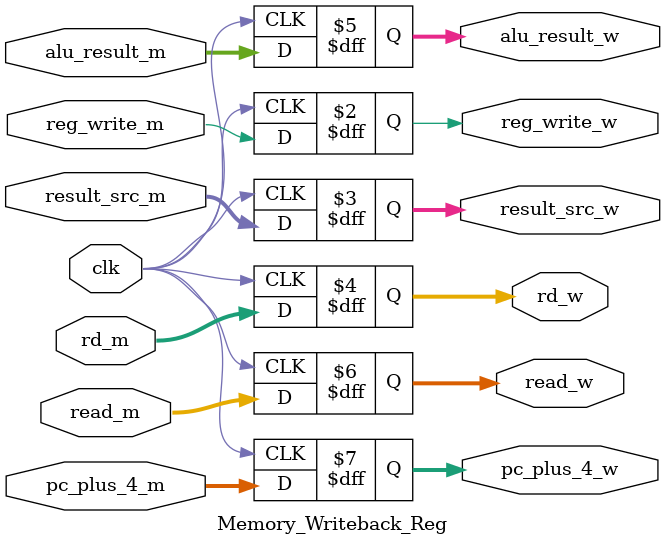
<source format=v>

module Memory_Writeback_Reg(
	input	wire			clk 		,
	input 	wire			reg_write_m	,
	input 	wire	[1:0]	result_src_m	,
	input 	wire	[4:0] 	rd_m		,
	input 	wire	[31:0]	alu_result_m	, 
	input 	wire	[31:0]	read_m		, 
	input 	wire	[31:0]	pc_plus_4_m	,

	output 	reg 			reg_write_w	,
	output 	reg 	[1:0] 	result_src_w	,
	output 	reg 	[4:0] 	rd_w		,
	output 	reg 	[31:0] 	alu_result_w	,
	output 	reg 	[31:0] 	read_w		, 
	output 	reg 	[31:0] 	pc_plus_4_w
);
      
always @(posedge clk)
begin
        alu_result_w 	<= alu_result_m	;	
        rd_w         	<= rd_m			;
        pc_plus_4_w    	<= pc_plus_4_m	;
        read_w         	<= read_m			;
        result_src_w  	<= result_src_m	;
        reg_write_w   	<= reg_write_m	;
end
endmodule

</source>
